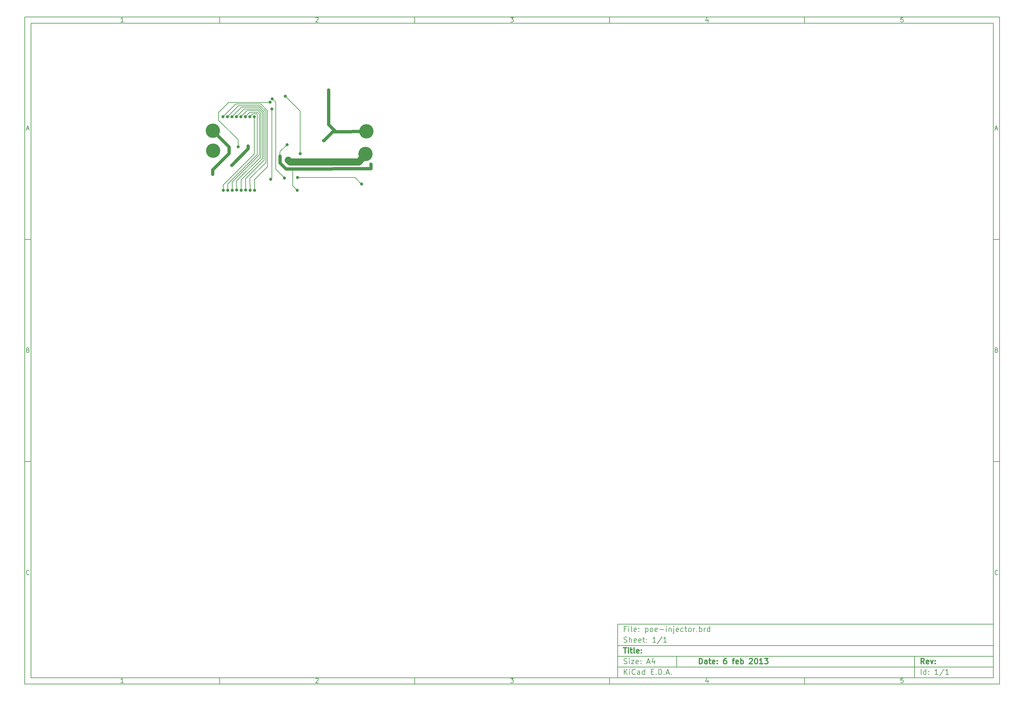
<source format=gbl>
G04 (created by PCBNEW-RS274X (2012-01-19 BZR 3256)-stable) date 2/5/2013 11:52:39 PM*
G01*
G70*
G90*
%MOIN*%
G04 Gerber Fmt 3.4, Leading zero omitted, Abs format*
%FSLAX34Y34*%
G04 APERTURE LIST*
%ADD10C,0.006000*%
%ADD11C,0.012000*%
%ADD12C,0.160000*%
%ADD13C,0.080000*%
%ADD14C,0.035000*%
%ADD15C,0.030000*%
%ADD16C,0.078700*%
%ADD17C,0.035000*%
%ADD18C,0.008000*%
G04 APERTURE END LIST*
G54D10*
X04000Y-04000D02*
X113000Y-04000D01*
X113000Y-78670D01*
X04000Y-78670D01*
X04000Y-04000D01*
X04700Y-04700D02*
X112300Y-04700D01*
X112300Y-77970D01*
X04700Y-77970D01*
X04700Y-04700D01*
X25800Y-04000D02*
X25800Y-04700D01*
X15043Y-04552D02*
X14757Y-04552D01*
X14900Y-04552D02*
X14900Y-04052D01*
X14852Y-04124D01*
X14805Y-04171D01*
X14757Y-04195D01*
X25800Y-78670D02*
X25800Y-77970D01*
X15043Y-78522D02*
X14757Y-78522D01*
X14900Y-78522D02*
X14900Y-78022D01*
X14852Y-78094D01*
X14805Y-78141D01*
X14757Y-78165D01*
X47600Y-04000D02*
X47600Y-04700D01*
X36557Y-04100D02*
X36581Y-04076D01*
X36629Y-04052D01*
X36748Y-04052D01*
X36795Y-04076D01*
X36819Y-04100D01*
X36843Y-04148D01*
X36843Y-04195D01*
X36819Y-04267D01*
X36533Y-04552D01*
X36843Y-04552D01*
X47600Y-78670D02*
X47600Y-77970D01*
X36557Y-78070D02*
X36581Y-78046D01*
X36629Y-78022D01*
X36748Y-78022D01*
X36795Y-78046D01*
X36819Y-78070D01*
X36843Y-78118D01*
X36843Y-78165D01*
X36819Y-78237D01*
X36533Y-78522D01*
X36843Y-78522D01*
X69400Y-04000D02*
X69400Y-04700D01*
X58333Y-04052D02*
X58643Y-04052D01*
X58476Y-04243D01*
X58548Y-04243D01*
X58595Y-04267D01*
X58619Y-04290D01*
X58643Y-04338D01*
X58643Y-04457D01*
X58619Y-04505D01*
X58595Y-04529D01*
X58548Y-04552D01*
X58405Y-04552D01*
X58357Y-04529D01*
X58333Y-04505D01*
X69400Y-78670D02*
X69400Y-77970D01*
X58333Y-78022D02*
X58643Y-78022D01*
X58476Y-78213D01*
X58548Y-78213D01*
X58595Y-78237D01*
X58619Y-78260D01*
X58643Y-78308D01*
X58643Y-78427D01*
X58619Y-78475D01*
X58595Y-78499D01*
X58548Y-78522D01*
X58405Y-78522D01*
X58357Y-78499D01*
X58333Y-78475D01*
X91200Y-04000D02*
X91200Y-04700D01*
X80395Y-04219D02*
X80395Y-04552D01*
X80276Y-04029D02*
X80157Y-04386D01*
X80467Y-04386D01*
X91200Y-78670D02*
X91200Y-77970D01*
X80395Y-78189D02*
X80395Y-78522D01*
X80276Y-77999D02*
X80157Y-78356D01*
X80467Y-78356D01*
X102219Y-04052D02*
X101981Y-04052D01*
X101957Y-04290D01*
X101981Y-04267D01*
X102029Y-04243D01*
X102148Y-04243D01*
X102195Y-04267D01*
X102219Y-04290D01*
X102243Y-04338D01*
X102243Y-04457D01*
X102219Y-04505D01*
X102195Y-04529D01*
X102148Y-04552D01*
X102029Y-04552D01*
X101981Y-04529D01*
X101957Y-04505D01*
X102219Y-78022D02*
X101981Y-78022D01*
X101957Y-78260D01*
X101981Y-78237D01*
X102029Y-78213D01*
X102148Y-78213D01*
X102195Y-78237D01*
X102219Y-78260D01*
X102243Y-78308D01*
X102243Y-78427D01*
X102219Y-78475D01*
X102195Y-78499D01*
X102148Y-78522D01*
X102029Y-78522D01*
X101981Y-78499D01*
X101957Y-78475D01*
X04000Y-28890D02*
X04700Y-28890D01*
X04231Y-16510D02*
X04469Y-16510D01*
X04184Y-16652D02*
X04350Y-16152D01*
X04517Y-16652D01*
X113000Y-28890D02*
X112300Y-28890D01*
X112531Y-16510D02*
X112769Y-16510D01*
X112484Y-16652D02*
X112650Y-16152D01*
X112817Y-16652D01*
X04000Y-53780D02*
X04700Y-53780D01*
X04386Y-41280D02*
X04457Y-41304D01*
X04481Y-41328D01*
X04505Y-41376D01*
X04505Y-41447D01*
X04481Y-41495D01*
X04457Y-41519D01*
X04410Y-41542D01*
X04219Y-41542D01*
X04219Y-41042D01*
X04386Y-41042D01*
X04433Y-41066D01*
X04457Y-41090D01*
X04481Y-41138D01*
X04481Y-41185D01*
X04457Y-41233D01*
X04433Y-41257D01*
X04386Y-41280D01*
X04219Y-41280D01*
X113000Y-53780D02*
X112300Y-53780D01*
X112686Y-41280D02*
X112757Y-41304D01*
X112781Y-41328D01*
X112805Y-41376D01*
X112805Y-41447D01*
X112781Y-41495D01*
X112757Y-41519D01*
X112710Y-41542D01*
X112519Y-41542D01*
X112519Y-41042D01*
X112686Y-41042D01*
X112733Y-41066D01*
X112757Y-41090D01*
X112781Y-41138D01*
X112781Y-41185D01*
X112757Y-41233D01*
X112733Y-41257D01*
X112686Y-41280D01*
X112519Y-41280D01*
X04505Y-66385D02*
X04481Y-66409D01*
X04410Y-66432D01*
X04362Y-66432D01*
X04290Y-66409D01*
X04243Y-66361D01*
X04219Y-66313D01*
X04195Y-66218D01*
X04195Y-66147D01*
X04219Y-66051D01*
X04243Y-66004D01*
X04290Y-65956D01*
X04362Y-65932D01*
X04410Y-65932D01*
X04481Y-65956D01*
X04505Y-65980D01*
X112805Y-66385D02*
X112781Y-66409D01*
X112710Y-66432D01*
X112662Y-66432D01*
X112590Y-66409D01*
X112543Y-66361D01*
X112519Y-66313D01*
X112495Y-66218D01*
X112495Y-66147D01*
X112519Y-66051D01*
X112543Y-66004D01*
X112590Y-65956D01*
X112662Y-65932D01*
X112710Y-65932D01*
X112781Y-65956D01*
X112805Y-65980D01*
G54D11*
X79443Y-76413D02*
X79443Y-75813D01*
X79586Y-75813D01*
X79671Y-75841D01*
X79729Y-75899D01*
X79757Y-75956D01*
X79786Y-76070D01*
X79786Y-76156D01*
X79757Y-76270D01*
X79729Y-76327D01*
X79671Y-76384D01*
X79586Y-76413D01*
X79443Y-76413D01*
X80300Y-76413D02*
X80300Y-76099D01*
X80271Y-76041D01*
X80214Y-76013D01*
X80100Y-76013D01*
X80043Y-76041D01*
X80300Y-76384D02*
X80243Y-76413D01*
X80100Y-76413D01*
X80043Y-76384D01*
X80014Y-76327D01*
X80014Y-76270D01*
X80043Y-76213D01*
X80100Y-76184D01*
X80243Y-76184D01*
X80300Y-76156D01*
X80500Y-76013D02*
X80729Y-76013D01*
X80586Y-75813D02*
X80586Y-76327D01*
X80614Y-76384D01*
X80672Y-76413D01*
X80729Y-76413D01*
X81157Y-76384D02*
X81100Y-76413D01*
X80986Y-76413D01*
X80929Y-76384D01*
X80900Y-76327D01*
X80900Y-76099D01*
X80929Y-76041D01*
X80986Y-76013D01*
X81100Y-76013D01*
X81157Y-76041D01*
X81186Y-76099D01*
X81186Y-76156D01*
X80900Y-76213D01*
X81443Y-76356D02*
X81471Y-76384D01*
X81443Y-76413D01*
X81414Y-76384D01*
X81443Y-76356D01*
X81443Y-76413D01*
X81443Y-76041D02*
X81471Y-76070D01*
X81443Y-76099D01*
X81414Y-76070D01*
X81443Y-76041D01*
X81443Y-76099D01*
X82443Y-75813D02*
X82329Y-75813D01*
X82272Y-75841D01*
X82243Y-75870D01*
X82186Y-75956D01*
X82157Y-76070D01*
X82157Y-76299D01*
X82186Y-76356D01*
X82214Y-76384D01*
X82272Y-76413D01*
X82386Y-76413D01*
X82443Y-76384D01*
X82472Y-76356D01*
X82500Y-76299D01*
X82500Y-76156D01*
X82472Y-76099D01*
X82443Y-76070D01*
X82386Y-76041D01*
X82272Y-76041D01*
X82214Y-76070D01*
X82186Y-76099D01*
X82157Y-76156D01*
X83128Y-76013D02*
X83357Y-76013D01*
X83214Y-76413D02*
X83214Y-75899D01*
X83242Y-75841D01*
X83300Y-75813D01*
X83357Y-75813D01*
X83785Y-76384D02*
X83728Y-76413D01*
X83614Y-76413D01*
X83557Y-76384D01*
X83528Y-76327D01*
X83528Y-76099D01*
X83557Y-76041D01*
X83614Y-76013D01*
X83728Y-76013D01*
X83785Y-76041D01*
X83814Y-76099D01*
X83814Y-76156D01*
X83528Y-76213D01*
X84071Y-76413D02*
X84071Y-75813D01*
X84071Y-76041D02*
X84128Y-76013D01*
X84242Y-76013D01*
X84299Y-76041D01*
X84328Y-76070D01*
X84357Y-76127D01*
X84357Y-76299D01*
X84328Y-76356D01*
X84299Y-76384D01*
X84242Y-76413D01*
X84128Y-76413D01*
X84071Y-76384D01*
X85042Y-75870D02*
X85071Y-75841D01*
X85128Y-75813D01*
X85271Y-75813D01*
X85328Y-75841D01*
X85357Y-75870D01*
X85385Y-75927D01*
X85385Y-75984D01*
X85357Y-76070D01*
X85014Y-76413D01*
X85385Y-76413D01*
X85756Y-75813D02*
X85813Y-75813D01*
X85870Y-75841D01*
X85899Y-75870D01*
X85928Y-75927D01*
X85956Y-76041D01*
X85956Y-76184D01*
X85928Y-76299D01*
X85899Y-76356D01*
X85870Y-76384D01*
X85813Y-76413D01*
X85756Y-76413D01*
X85699Y-76384D01*
X85670Y-76356D01*
X85642Y-76299D01*
X85613Y-76184D01*
X85613Y-76041D01*
X85642Y-75927D01*
X85670Y-75870D01*
X85699Y-75841D01*
X85756Y-75813D01*
X86527Y-76413D02*
X86184Y-76413D01*
X86356Y-76413D02*
X86356Y-75813D01*
X86299Y-75899D01*
X86241Y-75956D01*
X86184Y-75984D01*
X86727Y-75813D02*
X87098Y-75813D01*
X86898Y-76041D01*
X86984Y-76041D01*
X87041Y-76070D01*
X87070Y-76099D01*
X87098Y-76156D01*
X87098Y-76299D01*
X87070Y-76356D01*
X87041Y-76384D01*
X86984Y-76413D01*
X86812Y-76413D01*
X86755Y-76384D01*
X86727Y-76356D01*
G54D10*
X71043Y-77613D02*
X71043Y-77013D01*
X71386Y-77613D02*
X71129Y-77270D01*
X71386Y-77013D02*
X71043Y-77356D01*
X71643Y-77613D02*
X71643Y-77213D01*
X71643Y-77013D02*
X71614Y-77041D01*
X71643Y-77070D01*
X71671Y-77041D01*
X71643Y-77013D01*
X71643Y-77070D01*
X72272Y-77556D02*
X72243Y-77584D01*
X72157Y-77613D01*
X72100Y-77613D01*
X72015Y-77584D01*
X71957Y-77527D01*
X71929Y-77470D01*
X71900Y-77356D01*
X71900Y-77270D01*
X71929Y-77156D01*
X71957Y-77099D01*
X72015Y-77041D01*
X72100Y-77013D01*
X72157Y-77013D01*
X72243Y-77041D01*
X72272Y-77070D01*
X72786Y-77613D02*
X72786Y-77299D01*
X72757Y-77241D01*
X72700Y-77213D01*
X72586Y-77213D01*
X72529Y-77241D01*
X72786Y-77584D02*
X72729Y-77613D01*
X72586Y-77613D01*
X72529Y-77584D01*
X72500Y-77527D01*
X72500Y-77470D01*
X72529Y-77413D01*
X72586Y-77384D01*
X72729Y-77384D01*
X72786Y-77356D01*
X73329Y-77613D02*
X73329Y-77013D01*
X73329Y-77584D02*
X73272Y-77613D01*
X73158Y-77613D01*
X73100Y-77584D01*
X73072Y-77556D01*
X73043Y-77499D01*
X73043Y-77327D01*
X73072Y-77270D01*
X73100Y-77241D01*
X73158Y-77213D01*
X73272Y-77213D01*
X73329Y-77241D01*
X74072Y-77299D02*
X74272Y-77299D01*
X74358Y-77613D02*
X74072Y-77613D01*
X74072Y-77013D01*
X74358Y-77013D01*
X74615Y-77556D02*
X74643Y-77584D01*
X74615Y-77613D01*
X74586Y-77584D01*
X74615Y-77556D01*
X74615Y-77613D01*
X74901Y-77613D02*
X74901Y-77013D01*
X75044Y-77013D01*
X75129Y-77041D01*
X75187Y-77099D01*
X75215Y-77156D01*
X75244Y-77270D01*
X75244Y-77356D01*
X75215Y-77470D01*
X75187Y-77527D01*
X75129Y-77584D01*
X75044Y-77613D01*
X74901Y-77613D01*
X75501Y-77556D02*
X75529Y-77584D01*
X75501Y-77613D01*
X75472Y-77584D01*
X75501Y-77556D01*
X75501Y-77613D01*
X75758Y-77441D02*
X76044Y-77441D01*
X75701Y-77613D02*
X75901Y-77013D01*
X76101Y-77613D01*
X76301Y-77556D02*
X76329Y-77584D01*
X76301Y-77613D01*
X76272Y-77584D01*
X76301Y-77556D01*
X76301Y-77613D01*
G54D11*
X104586Y-76413D02*
X104386Y-76127D01*
X104243Y-76413D02*
X104243Y-75813D01*
X104471Y-75813D01*
X104529Y-75841D01*
X104557Y-75870D01*
X104586Y-75927D01*
X104586Y-76013D01*
X104557Y-76070D01*
X104529Y-76099D01*
X104471Y-76127D01*
X104243Y-76127D01*
X105071Y-76384D02*
X105014Y-76413D01*
X104900Y-76413D01*
X104843Y-76384D01*
X104814Y-76327D01*
X104814Y-76099D01*
X104843Y-76041D01*
X104900Y-76013D01*
X105014Y-76013D01*
X105071Y-76041D01*
X105100Y-76099D01*
X105100Y-76156D01*
X104814Y-76213D01*
X105300Y-76013D02*
X105443Y-76413D01*
X105585Y-76013D01*
X105814Y-76356D02*
X105842Y-76384D01*
X105814Y-76413D01*
X105785Y-76384D01*
X105814Y-76356D01*
X105814Y-76413D01*
X105814Y-76041D02*
X105842Y-76070D01*
X105814Y-76099D01*
X105785Y-76070D01*
X105814Y-76041D01*
X105814Y-76099D01*
G54D10*
X71014Y-76384D02*
X71100Y-76413D01*
X71243Y-76413D01*
X71300Y-76384D01*
X71329Y-76356D01*
X71357Y-76299D01*
X71357Y-76241D01*
X71329Y-76184D01*
X71300Y-76156D01*
X71243Y-76127D01*
X71129Y-76099D01*
X71071Y-76070D01*
X71043Y-76041D01*
X71014Y-75984D01*
X71014Y-75927D01*
X71043Y-75870D01*
X71071Y-75841D01*
X71129Y-75813D01*
X71271Y-75813D01*
X71357Y-75841D01*
X71614Y-76413D02*
X71614Y-76013D01*
X71614Y-75813D02*
X71585Y-75841D01*
X71614Y-75870D01*
X71642Y-75841D01*
X71614Y-75813D01*
X71614Y-75870D01*
X71843Y-76013D02*
X72157Y-76013D01*
X71843Y-76413D01*
X72157Y-76413D01*
X72614Y-76384D02*
X72557Y-76413D01*
X72443Y-76413D01*
X72386Y-76384D01*
X72357Y-76327D01*
X72357Y-76099D01*
X72386Y-76041D01*
X72443Y-76013D01*
X72557Y-76013D01*
X72614Y-76041D01*
X72643Y-76099D01*
X72643Y-76156D01*
X72357Y-76213D01*
X72900Y-76356D02*
X72928Y-76384D01*
X72900Y-76413D01*
X72871Y-76384D01*
X72900Y-76356D01*
X72900Y-76413D01*
X72900Y-76041D02*
X72928Y-76070D01*
X72900Y-76099D01*
X72871Y-76070D01*
X72900Y-76041D01*
X72900Y-76099D01*
X73614Y-76241D02*
X73900Y-76241D01*
X73557Y-76413D02*
X73757Y-75813D01*
X73957Y-76413D01*
X74414Y-76013D02*
X74414Y-76413D01*
X74271Y-75784D02*
X74128Y-76213D01*
X74500Y-76213D01*
X104243Y-77613D02*
X104243Y-77013D01*
X104786Y-77613D02*
X104786Y-77013D01*
X104786Y-77584D02*
X104729Y-77613D01*
X104615Y-77613D01*
X104557Y-77584D01*
X104529Y-77556D01*
X104500Y-77499D01*
X104500Y-77327D01*
X104529Y-77270D01*
X104557Y-77241D01*
X104615Y-77213D01*
X104729Y-77213D01*
X104786Y-77241D01*
X105072Y-77556D02*
X105100Y-77584D01*
X105072Y-77613D01*
X105043Y-77584D01*
X105072Y-77556D01*
X105072Y-77613D01*
X105072Y-77241D02*
X105100Y-77270D01*
X105072Y-77299D01*
X105043Y-77270D01*
X105072Y-77241D01*
X105072Y-77299D01*
X106129Y-77613D02*
X105786Y-77613D01*
X105958Y-77613D02*
X105958Y-77013D01*
X105901Y-77099D01*
X105843Y-77156D01*
X105786Y-77184D01*
X106814Y-76984D02*
X106300Y-77756D01*
X107329Y-77613D02*
X106986Y-77613D01*
X107158Y-77613D02*
X107158Y-77013D01*
X107101Y-77099D01*
X107043Y-77156D01*
X106986Y-77184D01*
G54D11*
X70957Y-74613D02*
X71300Y-74613D01*
X71129Y-75213D02*
X71129Y-74613D01*
X71500Y-75213D02*
X71500Y-74813D01*
X71500Y-74613D02*
X71471Y-74641D01*
X71500Y-74670D01*
X71528Y-74641D01*
X71500Y-74613D01*
X71500Y-74670D01*
X71700Y-74813D02*
X71929Y-74813D01*
X71786Y-74613D02*
X71786Y-75127D01*
X71814Y-75184D01*
X71872Y-75213D01*
X71929Y-75213D01*
X72215Y-75213D02*
X72157Y-75184D01*
X72129Y-75127D01*
X72129Y-74613D01*
X72671Y-75184D02*
X72614Y-75213D01*
X72500Y-75213D01*
X72443Y-75184D01*
X72414Y-75127D01*
X72414Y-74899D01*
X72443Y-74841D01*
X72500Y-74813D01*
X72614Y-74813D01*
X72671Y-74841D01*
X72700Y-74899D01*
X72700Y-74956D01*
X72414Y-75013D01*
X72957Y-75156D02*
X72985Y-75184D01*
X72957Y-75213D01*
X72928Y-75184D01*
X72957Y-75156D01*
X72957Y-75213D01*
X72957Y-74841D02*
X72985Y-74870D01*
X72957Y-74899D01*
X72928Y-74870D01*
X72957Y-74841D01*
X72957Y-74899D01*
G54D10*
X71243Y-72499D02*
X71043Y-72499D01*
X71043Y-72813D02*
X71043Y-72213D01*
X71329Y-72213D01*
X71557Y-72813D02*
X71557Y-72413D01*
X71557Y-72213D02*
X71528Y-72241D01*
X71557Y-72270D01*
X71585Y-72241D01*
X71557Y-72213D01*
X71557Y-72270D01*
X71929Y-72813D02*
X71871Y-72784D01*
X71843Y-72727D01*
X71843Y-72213D01*
X72385Y-72784D02*
X72328Y-72813D01*
X72214Y-72813D01*
X72157Y-72784D01*
X72128Y-72727D01*
X72128Y-72499D01*
X72157Y-72441D01*
X72214Y-72413D01*
X72328Y-72413D01*
X72385Y-72441D01*
X72414Y-72499D01*
X72414Y-72556D01*
X72128Y-72613D01*
X72671Y-72756D02*
X72699Y-72784D01*
X72671Y-72813D01*
X72642Y-72784D01*
X72671Y-72756D01*
X72671Y-72813D01*
X72671Y-72441D02*
X72699Y-72470D01*
X72671Y-72499D01*
X72642Y-72470D01*
X72671Y-72441D01*
X72671Y-72499D01*
X73414Y-72413D02*
X73414Y-73013D01*
X73414Y-72441D02*
X73471Y-72413D01*
X73585Y-72413D01*
X73642Y-72441D01*
X73671Y-72470D01*
X73700Y-72527D01*
X73700Y-72699D01*
X73671Y-72756D01*
X73642Y-72784D01*
X73585Y-72813D01*
X73471Y-72813D01*
X73414Y-72784D01*
X74043Y-72813D02*
X73985Y-72784D01*
X73957Y-72756D01*
X73928Y-72699D01*
X73928Y-72527D01*
X73957Y-72470D01*
X73985Y-72441D01*
X74043Y-72413D01*
X74128Y-72413D01*
X74185Y-72441D01*
X74214Y-72470D01*
X74243Y-72527D01*
X74243Y-72699D01*
X74214Y-72756D01*
X74185Y-72784D01*
X74128Y-72813D01*
X74043Y-72813D01*
X74728Y-72784D02*
X74671Y-72813D01*
X74557Y-72813D01*
X74500Y-72784D01*
X74471Y-72727D01*
X74471Y-72499D01*
X74500Y-72441D01*
X74557Y-72413D01*
X74671Y-72413D01*
X74728Y-72441D01*
X74757Y-72499D01*
X74757Y-72556D01*
X74471Y-72613D01*
X75014Y-72584D02*
X75471Y-72584D01*
X75757Y-72813D02*
X75757Y-72413D01*
X75757Y-72213D02*
X75728Y-72241D01*
X75757Y-72270D01*
X75785Y-72241D01*
X75757Y-72213D01*
X75757Y-72270D01*
X76043Y-72413D02*
X76043Y-72813D01*
X76043Y-72470D02*
X76071Y-72441D01*
X76129Y-72413D01*
X76214Y-72413D01*
X76271Y-72441D01*
X76300Y-72499D01*
X76300Y-72813D01*
X76586Y-72413D02*
X76586Y-72927D01*
X76557Y-72984D01*
X76500Y-73013D01*
X76472Y-73013D01*
X76586Y-72213D02*
X76557Y-72241D01*
X76586Y-72270D01*
X76614Y-72241D01*
X76586Y-72213D01*
X76586Y-72270D01*
X77100Y-72784D02*
X77043Y-72813D01*
X76929Y-72813D01*
X76872Y-72784D01*
X76843Y-72727D01*
X76843Y-72499D01*
X76872Y-72441D01*
X76929Y-72413D01*
X77043Y-72413D01*
X77100Y-72441D01*
X77129Y-72499D01*
X77129Y-72556D01*
X76843Y-72613D01*
X77643Y-72784D02*
X77586Y-72813D01*
X77472Y-72813D01*
X77414Y-72784D01*
X77386Y-72756D01*
X77357Y-72699D01*
X77357Y-72527D01*
X77386Y-72470D01*
X77414Y-72441D01*
X77472Y-72413D01*
X77586Y-72413D01*
X77643Y-72441D01*
X77814Y-72413D02*
X78043Y-72413D01*
X77900Y-72213D02*
X77900Y-72727D01*
X77928Y-72784D01*
X77986Y-72813D01*
X78043Y-72813D01*
X78329Y-72813D02*
X78271Y-72784D01*
X78243Y-72756D01*
X78214Y-72699D01*
X78214Y-72527D01*
X78243Y-72470D01*
X78271Y-72441D01*
X78329Y-72413D01*
X78414Y-72413D01*
X78471Y-72441D01*
X78500Y-72470D01*
X78529Y-72527D01*
X78529Y-72699D01*
X78500Y-72756D01*
X78471Y-72784D01*
X78414Y-72813D01*
X78329Y-72813D01*
X78786Y-72813D02*
X78786Y-72413D01*
X78786Y-72527D02*
X78814Y-72470D01*
X78843Y-72441D01*
X78900Y-72413D01*
X78957Y-72413D01*
X79157Y-72756D02*
X79185Y-72784D01*
X79157Y-72813D01*
X79128Y-72784D01*
X79157Y-72756D01*
X79157Y-72813D01*
X79443Y-72813D02*
X79443Y-72213D01*
X79443Y-72441D02*
X79500Y-72413D01*
X79614Y-72413D01*
X79671Y-72441D01*
X79700Y-72470D01*
X79729Y-72527D01*
X79729Y-72699D01*
X79700Y-72756D01*
X79671Y-72784D01*
X79614Y-72813D01*
X79500Y-72813D01*
X79443Y-72784D01*
X79986Y-72813D02*
X79986Y-72413D01*
X79986Y-72527D02*
X80014Y-72470D01*
X80043Y-72441D01*
X80100Y-72413D01*
X80157Y-72413D01*
X80614Y-72813D02*
X80614Y-72213D01*
X80614Y-72784D02*
X80557Y-72813D01*
X80443Y-72813D01*
X80385Y-72784D01*
X80357Y-72756D01*
X80328Y-72699D01*
X80328Y-72527D01*
X80357Y-72470D01*
X80385Y-72441D01*
X80443Y-72413D01*
X80557Y-72413D01*
X80614Y-72441D01*
X71014Y-73984D02*
X71100Y-74013D01*
X71243Y-74013D01*
X71300Y-73984D01*
X71329Y-73956D01*
X71357Y-73899D01*
X71357Y-73841D01*
X71329Y-73784D01*
X71300Y-73756D01*
X71243Y-73727D01*
X71129Y-73699D01*
X71071Y-73670D01*
X71043Y-73641D01*
X71014Y-73584D01*
X71014Y-73527D01*
X71043Y-73470D01*
X71071Y-73441D01*
X71129Y-73413D01*
X71271Y-73413D01*
X71357Y-73441D01*
X71614Y-74013D02*
X71614Y-73413D01*
X71871Y-74013D02*
X71871Y-73699D01*
X71842Y-73641D01*
X71785Y-73613D01*
X71700Y-73613D01*
X71642Y-73641D01*
X71614Y-73670D01*
X72385Y-73984D02*
X72328Y-74013D01*
X72214Y-74013D01*
X72157Y-73984D01*
X72128Y-73927D01*
X72128Y-73699D01*
X72157Y-73641D01*
X72214Y-73613D01*
X72328Y-73613D01*
X72385Y-73641D01*
X72414Y-73699D01*
X72414Y-73756D01*
X72128Y-73813D01*
X72899Y-73984D02*
X72842Y-74013D01*
X72728Y-74013D01*
X72671Y-73984D01*
X72642Y-73927D01*
X72642Y-73699D01*
X72671Y-73641D01*
X72728Y-73613D01*
X72842Y-73613D01*
X72899Y-73641D01*
X72928Y-73699D01*
X72928Y-73756D01*
X72642Y-73813D01*
X73099Y-73613D02*
X73328Y-73613D01*
X73185Y-73413D02*
X73185Y-73927D01*
X73213Y-73984D01*
X73271Y-74013D01*
X73328Y-74013D01*
X73528Y-73956D02*
X73556Y-73984D01*
X73528Y-74013D01*
X73499Y-73984D01*
X73528Y-73956D01*
X73528Y-74013D01*
X73528Y-73641D02*
X73556Y-73670D01*
X73528Y-73699D01*
X73499Y-73670D01*
X73528Y-73641D01*
X73528Y-73699D01*
X74585Y-74013D02*
X74242Y-74013D01*
X74414Y-74013D02*
X74414Y-73413D01*
X74357Y-73499D01*
X74299Y-73556D01*
X74242Y-73584D01*
X75270Y-73384D02*
X74756Y-74156D01*
X75785Y-74013D02*
X75442Y-74013D01*
X75614Y-74013D02*
X75614Y-73413D01*
X75557Y-73499D01*
X75499Y-73556D01*
X75442Y-73584D01*
X70300Y-71970D02*
X70300Y-77970D01*
X70300Y-71970D02*
X112300Y-71970D01*
X70300Y-71970D02*
X112300Y-71970D01*
X70300Y-74370D02*
X112300Y-74370D01*
X103500Y-75570D02*
X103500Y-77970D01*
X70300Y-76770D02*
X112300Y-76770D01*
X70300Y-75570D02*
X112300Y-75570D01*
X76900Y-75570D02*
X76900Y-76770D01*
G54D12*
X25039Y-16728D03*
X42224Y-16807D03*
X42098Y-19343D03*
X25091Y-18969D03*
G54D13*
X33480Y-20039D03*
G54D14*
X26839Y-19268D03*
X37400Y-17827D03*
X37982Y-12168D03*
X25008Y-21587D03*
X26206Y-23403D03*
X29661Y-15183D03*
X26705Y-23406D03*
X29188Y-15156D03*
X29720Y-23413D03*
X26188Y-15156D03*
X29206Y-23403D03*
X26688Y-15156D03*
X28709Y-23382D03*
X27188Y-15156D03*
X28206Y-23403D03*
X27688Y-15156D03*
X27701Y-23382D03*
X28188Y-15156D03*
X27206Y-23403D03*
X28688Y-15156D03*
X31650Y-14311D03*
X31512Y-22154D03*
X27862Y-18520D03*
X31437Y-13543D03*
X33150Y-12858D03*
X34819Y-19299D03*
X31681Y-13154D03*
X33043Y-22020D03*
X27130Y-20610D03*
X28992Y-18433D03*
X41692Y-22713D03*
X34512Y-21965D03*
X42724Y-20480D03*
X34461Y-23386D03*
X33343Y-18295D03*
X32555Y-19555D03*
G54D15*
X33484Y-20043D02*
X33480Y-20039D01*
G54D16*
X41389Y-20228D02*
X42098Y-19343D01*
X33484Y-20043D02*
X33669Y-20228D01*
X33669Y-20228D02*
X41389Y-20228D01*
G54D17*
X37441Y-17827D02*
X38437Y-16831D01*
X38791Y-16831D02*
X38437Y-16831D01*
G54D18*
X37441Y-17827D02*
X37400Y-17827D01*
G54D17*
X38911Y-16831D02*
X38791Y-16831D01*
X38791Y-16831D02*
X37982Y-16022D01*
X25008Y-21587D02*
X25008Y-21099D01*
X26839Y-18528D02*
X25039Y-16728D01*
X26839Y-19268D02*
X26839Y-18528D01*
X25008Y-21099D02*
X26839Y-19268D01*
X37982Y-16022D02*
X37982Y-12168D01*
X38911Y-16831D02*
X42224Y-16807D01*
G54D18*
X26203Y-23406D02*
X26197Y-23406D01*
X26206Y-23403D02*
X26203Y-23406D01*
X29661Y-15183D02*
X29661Y-19343D01*
X26197Y-22807D02*
X26197Y-23406D01*
X26197Y-23406D02*
X26197Y-23453D01*
X29661Y-15183D02*
X29688Y-15156D01*
X29661Y-19343D02*
X26197Y-22807D01*
X29509Y-14835D02*
X29942Y-14835D01*
X30012Y-19398D02*
X26705Y-22705D01*
X26705Y-22705D02*
X26705Y-23406D01*
X30012Y-14905D02*
X30012Y-19398D01*
X29509Y-14835D02*
X29188Y-15156D01*
X29942Y-14835D02*
X30012Y-14905D01*
X26705Y-23406D02*
X26705Y-23453D01*
X31151Y-14496D02*
X31151Y-20757D01*
X26188Y-15156D02*
X27601Y-13743D01*
X29720Y-22188D02*
X29720Y-23413D01*
X30398Y-13743D02*
X31151Y-14496D01*
X31151Y-20757D02*
X29720Y-22188D01*
X27601Y-13743D02*
X30398Y-13743D01*
X29197Y-23413D02*
X29197Y-23406D01*
X29203Y-23406D02*
X29197Y-23406D01*
X29203Y-23406D02*
X29206Y-23403D01*
X30322Y-13925D02*
X30969Y-14572D01*
X27919Y-13925D02*
X30322Y-13925D01*
X29193Y-22079D02*
X29197Y-23413D01*
X29197Y-23413D02*
X29197Y-23413D01*
X27919Y-13925D02*
X26688Y-15156D01*
X30965Y-20307D02*
X29193Y-22079D01*
X30969Y-14572D02*
X30965Y-20307D01*
X28709Y-23425D02*
X28709Y-23382D01*
X28237Y-14107D02*
X30246Y-14107D01*
X28701Y-22115D02*
X28709Y-23425D01*
X28709Y-23425D02*
X28709Y-23425D01*
X30787Y-14648D02*
X30779Y-20037D01*
X27188Y-15156D02*
X28237Y-14107D01*
X30246Y-14107D02*
X30787Y-14648D01*
X30779Y-20037D02*
X28701Y-22115D01*
X30597Y-19836D02*
X28197Y-22236D01*
X30170Y-14289D02*
X30605Y-14724D01*
X28197Y-22236D02*
X28205Y-23402D01*
X27688Y-15156D02*
X28555Y-14289D01*
X30605Y-14724D02*
X30597Y-19836D01*
X28555Y-14289D02*
X30170Y-14289D01*
X28205Y-23402D02*
X28206Y-23403D01*
X30415Y-19656D02*
X27693Y-22378D01*
X28188Y-15156D02*
X28873Y-14471D01*
X27693Y-22378D02*
X27701Y-23382D01*
X30423Y-14800D02*
X30415Y-19656D01*
X30094Y-14471D02*
X30423Y-14800D01*
X28873Y-14471D02*
X30094Y-14471D01*
X28688Y-15156D02*
X29191Y-14653D01*
X30233Y-19435D02*
X27201Y-22467D01*
X30018Y-14653D02*
X30241Y-14876D01*
X29191Y-14653D02*
X30018Y-14653D01*
X27201Y-22467D02*
X27209Y-23398D01*
X30241Y-14876D02*
X30233Y-19435D01*
X27209Y-23400D02*
X27209Y-23398D01*
X27206Y-23403D02*
X27209Y-23400D01*
X31512Y-22154D02*
X31650Y-22016D01*
X31650Y-22016D02*
X31650Y-14311D01*
X31512Y-22154D02*
X31514Y-22152D01*
X31514Y-22152D02*
X31512Y-22154D01*
X27862Y-17747D02*
X27862Y-18520D01*
X25669Y-14705D02*
X25669Y-15554D01*
X25669Y-15554D02*
X27862Y-17747D01*
X26813Y-13561D02*
X25669Y-14705D01*
X26813Y-13561D02*
X31419Y-13561D01*
X31437Y-13543D02*
X31419Y-13561D01*
X31437Y-13543D02*
X31419Y-13561D01*
X33150Y-12858D02*
X33154Y-12862D01*
X33154Y-12862D02*
X33150Y-12858D01*
X34819Y-14527D02*
X34819Y-19299D01*
X33150Y-12858D02*
X34819Y-14527D01*
X32071Y-21048D02*
X32071Y-13544D01*
X32071Y-13544D02*
X31681Y-13154D01*
X33041Y-22018D02*
X32071Y-21048D01*
X33041Y-22018D02*
X33043Y-22020D01*
G54D17*
X28992Y-18748D02*
X28992Y-18433D01*
X27130Y-20610D02*
X28992Y-18748D01*
G54D18*
X41692Y-22713D02*
X41685Y-22720D01*
X34512Y-21965D02*
X40930Y-21965D01*
X40930Y-21965D02*
X41685Y-22720D01*
G54D17*
X33984Y-20988D02*
X42725Y-20976D01*
X42725Y-20976D02*
X42724Y-20480D01*
G54D18*
X33984Y-20988D02*
X33984Y-22909D01*
X33984Y-22909D02*
X34461Y-23386D01*
X33343Y-18295D02*
X32555Y-19083D01*
X32555Y-19083D02*
X32555Y-19555D01*
X34454Y-23378D02*
X34461Y-23386D01*
G54D17*
X32555Y-20347D02*
X33196Y-20988D01*
X33196Y-20988D02*
X33984Y-20988D01*
X32555Y-19555D02*
X32555Y-20347D01*
M02*

</source>
